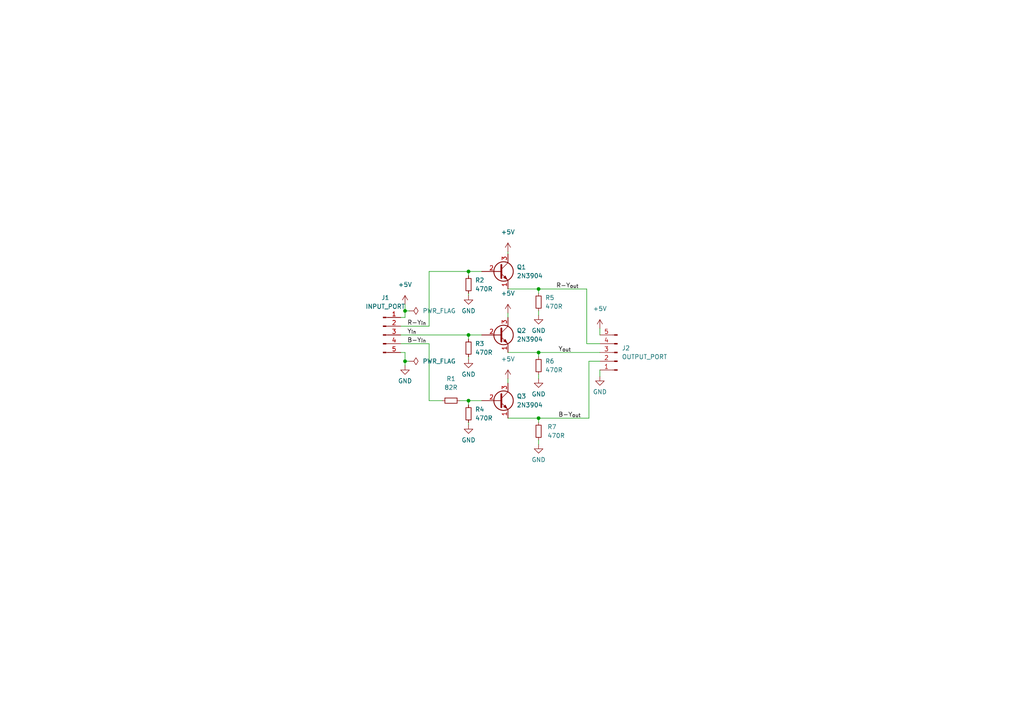
<source format=kicad_sch>
(kicad_sch (version 20211123) (generator eeschema)
  (paper "A4")
  (lib_symbols
    (symbol "Connector:Conn_01x05_Male" (pin_names (offset 1.016) hide)
      (property "Reference" "J" (at 0 7.62 0))
      (property "Value" "Conn_01x05_Male" (at 0 -7.62 0))
      (symbol "Conn_01x05_Male_1_1"
        (polyline (pts (xy 1.27 -5.08) (xy 0.8636 -5.08)) (stroke (width 0.1524)))
        (polyline (pts (xy 1.27 -2.54) (xy 0.8636 -2.54)) (stroke (width 0.1524)))
        (polyline (pts (xy 1.27 0) (xy 0.8636 0)) (stroke (width 0.1524)))
        (polyline (pts (xy 1.27 2.54) (xy 0.8636 2.54)) (stroke (width 0.1524)))
        (polyline (pts (xy 1.27 5.08) (xy 0.8636 5.08)) (stroke (width 0.1524)))
        (rectangle (start 0.8636 -4.953) (end 0 -5.207) (stroke (width 0.1524)) (fill (type outline)))
        (rectangle (start 0.8636 -2.413) (end 0 -2.667) (stroke (width 0.1524)) (fill (type outline)))
        (rectangle (start 0.8636 0.127) (end 0 -0.127) (stroke (width 0.1524)) (fill (type outline)))
        (rectangle (start 0.8636 2.667) (end 0 2.413) (stroke (width 0.1524)) (fill (type outline)))
        (rectangle (start 0.8636 5.207) (end 0 4.953) (stroke (width 0.1524)) (fill (type outline)))
        (pin passive line (at 5.08 5.08 180) (length 3.81) (name "Pin_1") (number "1"))
        (pin passive line (at 5.08 2.54 180) (length 3.81) (name "Pin_2") (number "2"))
        (pin passive line (at 5.08 0 180) (length 3.81) (name "Pin_3") (number "3"))
        (pin passive line (at 5.08 -2.54 180) (length 3.81) (name "Pin_4") (number "4"))
        (pin passive line (at 5.08 -5.08 180) (length 3.81) (name "Pin_5") (number "5"))
      )
    )
    (symbol "Device:R_Small" (pin_numbers hide) (pin_names (offset 0.254) hide)
      (property "Reference" "R" (at 0.762 0.508 0))
      (property "Value" "R_Small" (at 0.762 -1.016 0))
      (symbol "R_Small_0_1"
        (rectangle (start -0.762 1.778) (end 0.762 -1.778) (stroke (width 0.2032)))
      )
      (symbol "R_Small_1_1"
        (pin passive line (at 0 2.54 270) (length 0.762) (name "~") (number "1"))
        (pin passive line (at 0 -2.54 90) (length 0.762) (name "~") (number "2"))
      )
    )
    (symbol "Transistor_BJT:2N3904" (pin_names (offset 0) hide)
      (property "Reference" "Q" (at 5.08 1.905 0))
      (property "Value" "2N3904" (at 5.08 0 0))
      (symbol "2N3904_0_1"
        (polyline (pts (xy 0.635 0.635) (xy 2.54 2.54)))
        (polyline (pts (xy 0.635 -0.635) (xy 2.54 -2.54) (xy 2.54 -2.54)))
        (polyline (pts (xy 0.635 1.905) (xy 0.635 -1.905) (xy 0.635 -1.905)) (stroke (width 0.508)))
        (polyline (pts (xy 1.27 -1.778) (xy 1.778 -1.27) (xy 2.286 -2.286) (xy 1.27 -1.778) (xy 1.27 -1.778)) (fill (type outline)))
        (circle (center 1.27 0) (radius 2.8194) (stroke (width 0.254)))
      )
      (symbol "2N3904_1_1"
        (pin passive line (at 2.54 -5.08 90) (length 2.54) (name "E") (number "1"))
        (pin passive line (at -5.08 0 0) (length 5.715) (name "B") (number "2"))
        (pin passive line (at 2.54 5.08 270) (length 2.54) (name "C") (number "3"))
      )
    )
    (symbol "power:+5V" (power) (pin_names (offset 0))
      (property "Value" "+5V" (at 0 3.556 0))
      (symbol "+5V_0_1"
        (polyline (pts (xy -0.762 1.27) (xy 0 2.54)))
        (polyline (pts (xy 0 0) (xy 0 2.54)))
        (polyline (pts (xy 0 2.54) (xy 0.762 1.27)))
      )
      (symbol "+5V_1_1"
        (pin power_in line (at 0 0 90) (length 0) hide (name "+5V") (number "1"))
      )
    )
    (symbol "power:GND" (power) (pin_names (offset 0))
      (property "Value" "GND" (at 0 -3.81 0))
      (symbol "GND_0_1"
        (polyline (pts (xy 0 0) (xy 0 -1.27) (xy 1.27 -1.27) (xy 0 -2.54) (xy -1.27 -1.27) (xy 0 -1.27)))
      )
      (symbol "GND_1_1"
        (pin power_in line (at 0 0 270) (length 0) hide (name "GND") (number "1"))
      )
    )
    (symbol "power:PWR_FLAG" (power) (pin_numbers hide) (pin_names (offset 0) hide)
      (property "Value" "PWR_FLAG" (at 0 3.81 0))
      (symbol "PWR_FLAG_0_0"
        (pin power_out line (at 0 0 90) (length 0) (name "pwr") (number "1"))
      )
      (symbol "PWR_FLAG_0_1"
        (polyline (pts (xy 0 0) (xy 0 1.27) (xy -1.016 1.905) (xy 0 2.54) (xy 1.016 1.905) (xy 0 1.27)))
      )
    )
  )
  (junction (at 117.475 104.775))
  (junction (at 156.21 102.235))
  (junction (at 117.475 90.17))
  (junction (at 156.21 121.285))
  (junction (at 135.89 97.155))
  (junction (at 135.89 78.74))
  (junction (at 156.21 83.82))
  (junction (at 135.89 116.205))
  (wire (pts (xy 156.21 102.235) (xy 156.21 103.505)))
  (wire (pts (xy 124.46 116.205) (xy 128.27 116.205)))
  (wire (pts (xy 156.21 83.82) (xy 170.18 83.82)))
  (wire (pts (xy 173.99 95.25) (xy 173.99 97.155)))
  (wire (pts (xy 117.475 92.075) (xy 117.475 90.17)))
  (wire (pts (xy 124.46 78.74) (xy 135.89 78.74)))
  (wire (pts (xy 139.7 116.205) (xy 135.89 116.205)))
  (wire (pts (xy 156.21 90.17) (xy 156.21 91.44)))
  (wire (pts (xy 116.205 102.235) (xy 117.475 102.235)))
  (wire (pts (xy 135.89 116.205) (xy 135.89 117.475)))
  (wire (pts (xy 117.475 90.17) (xy 118.745 90.17)))
  (wire (pts (xy 170.18 99.695) (xy 173.99 99.695)))
  (wire (pts (xy 124.46 94.615) (xy 124.46 78.74)))
  (wire (pts (xy 170.18 83.82) (xy 170.18 99.695)))
  (wire (pts (xy 170.815 121.285) (xy 170.815 104.775)))
  (wire (pts (xy 116.205 97.155) (xy 135.89 97.155)))
  (wire (pts (xy 116.205 99.695) (xy 124.46 99.695)))
  (wire (pts (xy 133.35 116.205) (xy 135.89 116.205)))
  (wire (pts (xy 135.89 122.555) (xy 135.89 123.19)))
  (wire (pts (xy 116.205 94.615) (xy 124.46 94.615)))
  (wire (pts (xy 147.32 109.855) (xy 147.32 111.125)))
  (wire (pts (xy 156.21 102.235) (xy 173.99 102.235)))
  (wire (pts (xy 156.21 108.585) (xy 156.21 109.855)))
  (wire (pts (xy 147.32 121.285) (xy 156.21 121.285)))
  (wire (pts (xy 124.46 99.695) (xy 124.46 116.205)))
  (wire (pts (xy 156.21 121.285) (xy 156.21 122.555)))
  (wire (pts (xy 173.99 107.315) (xy 173.99 109.22)))
  (wire (pts (xy 170.815 104.775) (xy 173.99 104.775)))
  (wire (pts (xy 135.89 78.74) (xy 139.7 78.74)))
  (wire (pts (xy 135.89 78.74) (xy 135.89 80.01)))
  (wire (pts (xy 117.475 102.235) (xy 117.475 104.775)))
  (wire (pts (xy 135.89 85.09) (xy 135.89 85.725)))
  (wire (pts (xy 147.32 102.235) (xy 156.21 102.235)))
  (wire (pts (xy 116.205 92.075) (xy 117.475 92.075)))
  (wire (pts (xy 147.32 90.805) (xy 147.32 92.075)))
  (wire (pts (xy 156.21 83.82) (xy 156.21 85.09)))
  (wire (pts (xy 117.475 104.775) (xy 117.475 106.045)))
  (wire (pts (xy 135.89 97.155) (xy 139.7 97.155)))
  (wire (pts (xy 156.21 127.635) (xy 156.21 128.905)))
  (wire (pts (xy 117.475 90.17) (xy 117.475 88.265)))
  (wire (pts (xy 135.89 97.155) (xy 135.89 98.425)))
  (wire (pts (xy 147.32 83.82) (xy 156.21 83.82)))
  (wire (pts (xy 156.21 121.285) (xy 170.815 121.285)))
  (wire (pts (xy 117.475 104.775) (xy 118.745 104.775)))
  (wire (pts (xy 147.32 73.025) (xy 147.32 73.66)))
  (wire (pts (xy 135.89 103.505) (xy 135.89 104.14)))
  (label "Y_{out}" (at 161.925 102.235 0))
  (label "B-Y_{out}" (at 161.925 121.285 0))
  (label "B-Y_{in}" (at 118.11 99.695 0))
  (label "R-Y_{out}" (at 161.29 83.82 0))
  (label "R-Y_{in}" (at 118.11 94.615 0))
  (label "Y_{in}" (at 118.11 97.155 0))
  (symbol (lib_id "power:+5V") (at 147.32 73.025 0) (unit 1)
    (property "Reference" "#PWR06" (effects hide))
    (property "Value" "+5V" (at 147.32 67.31 0))
  )
  (symbol (lib_id "Connector:Conn_01x05_Male") (at 179.07 102.235 180) (unit 1)
    (property "Reference" "J2" (at 180.34 100.9649 0) (effects (justify right)))
    (property "Value" "OUTPUT_PORT" (at 180.34 103.5049 0) (effects (justify right)))
    (property "Footprint" "Connector_PinHeader_2.54mm:PinHeader_1x05_P2.54mm_Vertical" (effects hide))
  )
  (symbol (lib_id "power:+5V") (at 147.32 109.855 0) (unit 1)
    (property "Reference" "#PWR08" (effects hide))
    (property "Value" "+5V" (at 147.32 104.14 0))
  )
  (symbol (lib_id "power:+5V") (at 147.32 90.805 0) (unit 1)
    (property "Reference" "#PWR07" (effects hide))
    (property "Value" "+5V" (at 147.32 85.09 0))
  )
  (symbol (lib_id "power:GND") (at 156.21 109.855 0) (unit 1)
    (property "Reference" "#PWR010" (effects hide))
    (property "Value" "GND" (at 156.21 114.3 0))
  )
  (symbol (lib_id "power:GND") (at 156.21 91.44 0) (unit 1)
    (property "Reference" "#PWR09" (effects hide))
    (property "Value" "GND" (at 156.21 95.885 0))
  )
  (symbol (lib_id "Device:R_Small") (at 156.21 106.045 180) (unit 1)
    (property "Reference" "R6" (at 158.115 104.7749 0) (effects (justify right)))
    (property "Value" "470R" (at 158.115 107.3149 0) (effects (justify right)))
    (property "Footprint" "Resistor_THT:R_Axial_DIN0207_L6.3mm_D2.5mm_P7.62mm_Horizontal" (effects hide))
  )
  (symbol (lib_id "power:GND") (at 156.21 128.905 0) (unit 1)
    (property "Reference" "#PWR011" (effects hide))
    (property "Value" "GND" (at 156.21 133.35 0))
  )
  (symbol (lib_id "Transistor_BJT:2N3904") (at 144.78 97.155 0) (unit 1)
    (property "Reference" "Q2" (at 149.86 95.8849 0) (effects (justify left)))
    (property "Value" "2N3904" (at 149.86 98.4249 0) (effects (justify left)))
    (property "Footprint" "Package_TO_SOT_THT:TO-92_Inline" (effects hide))
    (property "Datasheet" "https://www.onsemi.com/pub/Collateral/2N3903-D.PDF" (effects hide))
  )
  (symbol (lib_id "Device:R_Small") (at 156.21 125.095 0) (unit 1)
    (property "Reference" "R7" (at 158.75 123.8249 0) (effects (justify left)))
    (property "Value" "470R" (at 158.75 126.3649 0) (effects (justify left)))
    (property "Footprint" "Resistor_THT:R_Axial_DIN0207_L6.3mm_D2.5mm_P7.62mm_Horizontal" (effects hide))
  )
  (symbol (lib_id "Device:R_Small") (at 135.89 120.015 180) (unit 1)
    (property "Reference" "R4" (at 137.795 118.7449 0) (effects (justify right)))
    (property "Value" "470R" (at 137.795 121.2849 0) (effects (justify right)))
    (property "Footprint" "Resistor_THT:R_Axial_DIN0207_L6.3mm_D2.5mm_P7.62mm_Horizontal" (effects hide))
  )
  (symbol (lib_id "Device:R_Small") (at 135.89 82.55 180) (unit 1)
    (property "Reference" "R2" (at 137.795 81.2799 0) (effects (justify right)))
    (property "Value" "470R" (at 137.795 83.8199 0) (effects (justify right)))
    (property "Footprint" "Resistor_THT:R_Axial_DIN0207_L6.3mm_D2.5mm_P7.62mm_Horizontal" (effects hide))
  )
  (symbol (lib_id "Device:R_Small") (at 135.89 100.965 180) (unit 1)
    (property "Reference" "R3" (at 137.795 99.6949 0) (effects (justify right)))
    (property "Value" "470R" (at 137.795 102.2349 0) (effects (justify right)))
    (property "Footprint" "Resistor_THT:R_Axial_DIN0207_L6.3mm_D2.5mm_P7.62mm_Horizontal" (effects hide))
  )
  (symbol (lib_id "Transistor_BJT:2N3904") (at 144.78 116.205 0) (unit 1)
    (property "Reference" "Q3" (at 149.86 114.9349 0) (effects (justify left)))
    (property "Value" "2N3904" (at 149.86 117.4749 0) (effects (justify left)))
    (property "Footprint" "Package_TO_SOT_THT:TO-92_Inline" (effects hide))
    (property "Datasheet" "https://www.onsemi.com/pub/Collateral/2N3903-D.PDF" (effects hide))
  )
  (symbol (lib_id "power:PWR_FLAG") (at 118.745 90.17 270) (unit 1)
    (property "Reference" "#FLG01" (effects hide))
    (property "Value" "PWR_FLAG" (at 122.555 90.1699 90) (effects (justify left)))
  )
  (symbol (lib_id "Device:R_Small") (at 130.81 116.205 270) (unit 1)
    (property "Reference" "R1" (at 130.81 109.855 90))
    (property "Value" "82R" (at 130.81 112.395 90))
    (property "Footprint" "Resistor_THT:R_Axial_DIN0207_L6.3mm_D2.5mm_P7.62mm_Horizontal" (effects hide))
  )
  (symbol (lib_id "power:PWR_FLAG") (at 118.745 104.775 270) (unit 1)
    (property "Reference" "#FLG02" (effects hide))
    (property "Value" "PWR_FLAG" (at 122.555 104.7749 90) (effects (justify left)))
  )
  (symbol (lib_id "Device:R_Small") (at 156.21 87.63 180) (unit 1)
    (property "Reference" "R5" (at 158.115 86.3599 0) (effects (justify right)))
    (property "Value" "470R" (at 158.115 88.8999 0) (effects (justify right)))
    (property "Footprint" "Resistor_THT:R_Axial_DIN0207_L6.3mm_D2.5mm_P7.62mm_Horizontal" (effects hide))
  )
  (symbol (lib_id "power:GND") (at 135.89 104.14 0) (unit 1)
    (property "Reference" "#PWR04" (effects hide))
    (property "Value" "GND" (at 135.89 108.585 0))
  )
  (symbol (lib_id "power:+5V") (at 117.475 88.265 0) (unit 1)
    (property "Reference" "#PWR01" (effects hide))
    (property "Value" "+5V" (at 117.475 82.55 0))
  )
  (symbol (lib_id "power:GND") (at 117.475 106.045 0) (unit 1)
    (property "Reference" "#PWR02" (effects hide))
    (property "Value" "GND" (at 117.475 110.49 0))
  )
  (symbol (lib_id "power:+5V") (at 173.99 95.25 0) (unit 1)
    (property "Reference" "#PWR012" (effects hide))
    (property "Value" "+5V" (at 173.99 89.535 0))
  )
  (symbol (lib_id "Transistor_BJT:2N3904") (at 144.78 78.74 0) (unit 1)
    (property "Reference" "Q1" (at 149.86 77.4699 0) (effects (justify left)))
    (property "Value" "2N3904" (at 149.86 80.0099 0) (effects (justify left)))
    (property "Footprint" "Package_TO_SOT_THT:TO-92_Inline" (effects hide))
    (property "Datasheet" "https://www.onsemi.com/pub/Collateral/2N3903-D.PDF" (effects hide))
  )
  (symbol (lib_id "power:GND") (at 173.99 109.22 0) (unit 1)
    (property "Reference" "#PWR013" (effects hide))
    (property "Value" "GND" (at 173.99 113.665 0))
  )
  (symbol (lib_id "Connector:Conn_01x05_Male") (at 111.125 97.155 0) (unit 1)
    (property "Reference" "J1" (at 111.76 86.36 0))
    (property "Value" "INPUT_PORT" (at 111.76 88.9 0))
    (property "Footprint" "Connector_PinHeader_2.54mm:PinHeader_1x05_P2.54mm_Vertical" (effects hide))
  )
  (symbol (lib_id "power:GND") (at 135.89 85.725 0) (unit 1)
    (property "Reference" "#PWR03" (effects hide))
    (property "Value" "GND" (at 135.89 90.17 0))
  )
  (symbol (lib_id "power:GND") (at 135.89 123.19 0) (unit 1)
    (property "Reference" "#PWR05" (effects hide))
    (property "Value" "GND" (at 135.89 127.635 0))
  )
)
</source>
